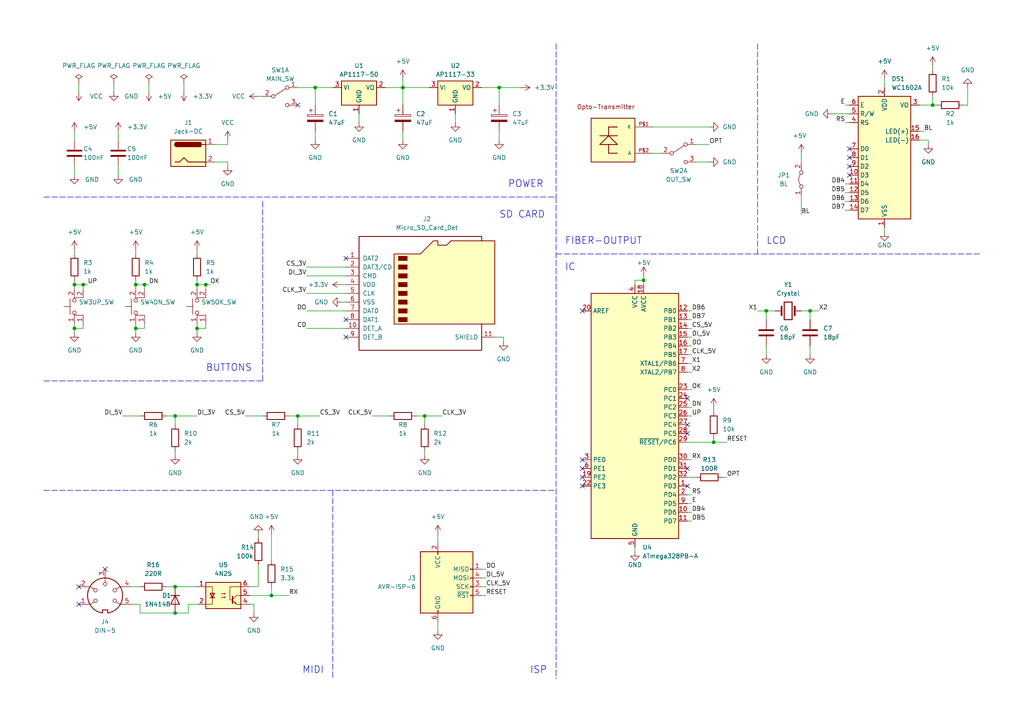
<source format=kicad_sch>
(kicad_sch (version 20230121) (generator eeschema)
  (paper "A4")
  (lib_symbols
    (symbol "Connector:AVR-ISP-6" (pin_names (offset 1.016))
      (property "Reference" "J" (at -6.35 11.43 0))
      (property "Value" "AVR-ISP-6" (at 0 11.43 0))
      (symbol "AVR-ISP-6_0_1"
        (rectangle (start -2.667 -6.858) (end -2.413 -7.62))
        (rectangle (start -2.667 10.16) (end -2.413 9.398))
        (rectangle (start 7.62 -2.413) (end 6.858 -2.667))
        (rectangle (start 7.62 0.127) (end 6.858 -0.127))
        (rectangle (start 7.62 2.667) (end 6.858 2.413))
        (rectangle (start 7.62 5.207) (end 6.858 4.953))
        (rectangle (start 7.62 10.16) (end -7.62 -7.62) (stroke (width 0.254)) (fill (type background)))
      )
      (symbol "AVR-ISP-6_1_1"
        (pin passive line (at 10.16 5.08 180) (length 2.54) (name "MISO") (number "1"))
        (pin passive line (at -2.54 12.7 270) (length 2.54) (name "VCC") (number "2"))
        (pin passive line (at 10.16 0 180) (length 2.54) (name "SCK") (number "3"))
        (pin passive line (at 10.16 2.54 180) (length 2.54) (name "MOSI") (number "4"))
        (pin passive line (at 10.16 -2.54 180) (length 2.54) (name "~{RST}") (number "5"))
        (pin passive line (at -2.54 -10.16 90) (length 2.54) (name "GND") (number "6"))
      )
    )
    (symbol "Connector:DIN-5" (pin_names (offset 1.016))
      (property "Reference" "J" (at 3.175 5.715 0))
      (property "Value" "DIN-5" (at 0 -6.35 0))
      (symbol "DIN-5_0_1"
        (arc (start -5.08 0) (mid -3.8609 -3.3364) (end -0.762 -5.08) (stroke (width 0.254)))
        (circle (center -2.794 -1.524) (radius 0.508))
        (circle (center -2.794 1.524) (radius 0.508))
        (polyline (pts (xy 0 5.08) (xy 0 3.81)))
        (polyline (pts (xy -5.08 -2.54) (xy -4.318 -2.54) (xy -3.175 -1.905)))
        (polyline (pts (xy -5.08 2.54) (xy -4.318 2.54) (xy -3.175 1.905)))
        (polyline (pts (xy 5.08 -2.54) (xy 4.318 -2.54) (xy 3.175 -1.905)))
        (polyline (pts (xy 5.08 2.54) (xy 4.318 2.54) (xy 3.175 1.905)))
        (polyline (pts (xy -0.762 -4.953) (xy -0.762 -4.191) (xy 0.762 -4.191) (xy 0.762 -4.953)) (stroke (width 0.254)))
        (circle (center 0 3.302) (radius 0.508))
        (arc (start 0.762 -5.08) (mid 3.8685 -3.343) (end 5.08 0) (stroke (width 0.254)))
        (circle (center 2.794 -1.524) (radius 0.508))
        (circle (center 2.794 1.524) (radius 0.508))
        (arc (start 5.08 0) (mid 0 5.0579) (end -5.08 0) (stroke (width 0.254)))
      )
      (symbol "DIN-5_1_1"
        (pin passive line (at -7.62 -2.54 0) (length 2.54) (name "~") (number "1"))
        (pin passive line (at -7.62 2.54 0) (length 2.54) (name "~") (number "2"))
        (pin passive line (at 0 7.62 270) (length 2.54) (name "~") (number "3"))
        (pin passive line (at 7.62 2.54 180) (length 2.54) (name "~") (number "4"))
        (pin passive line (at 7.62 -2.54 180) (length 2.54) (name "~") (number "5"))
      )
    )
    (symbol "Connector:Jack-DC" (pin_names (offset 1.016))
      (property "Reference" "J" (at 0 5.334 0))
      (property "Value" "Jack-DC" (at 0 -5.08 0))
      (symbol "Jack-DC_0_1"
        (rectangle (start -5.08 3.81) (end 5.08 -3.81) (stroke (width 0.254)) (fill (type background)))
        (arc (start -3.302 3.175) (mid -3.9343 2.54) (end -3.302 1.905) (stroke (width 0.254)))
        (arc (start -3.302 3.175) (mid -3.9343 2.54) (end -3.302 1.905) (stroke (width 0.254)) (fill (type outline)))
        (polyline (pts (xy 5.08 2.54) (xy 3.81 2.54)) (stroke (width 0.254)))
        (polyline (pts (xy -3.81 -2.54) (xy -2.54 -2.54) (xy -1.27 -1.27) (xy 0 -2.54) (xy 2.54 -2.54) (xy 5.08 -2.54)) (stroke (width 0.254)))
        (rectangle (start 3.683 3.175) (end -3.302 1.905) (stroke (width 0.254)) (fill (type outline)))
      )
      (symbol "Jack-DC_1_1"
        (pin passive line (at 7.62 2.54 180) (length 2.54) (name "~") (number "1"))
        (pin passive line (at 7.62 -2.54 180) (length 2.54) (name "~") (number "2"))
      )
    )
    (symbol "Connector:Micro_SD_Card_Det" (pin_names (offset 1.016))
      (property "Reference" "J" (at -16.51 17.78 0))
      (property "Value" "Micro_SD_Card_Det" (at 16.51 17.78 0))
      (symbol "Micro_SD_Card_Det_0_1"
        (rectangle (start -7.62 -6.985) (end -5.08 -8.255) (fill (type outline)))
        (rectangle (start -7.62 -4.445) (end -5.08 -5.715) (fill (type outline)))
        (rectangle (start -7.62 -1.905) (end -5.08 -3.175) (fill (type outline)))
        (rectangle (start -7.62 0.635) (end -5.08 -0.635) (fill (type outline)))
        (rectangle (start -7.62 3.175) (end -5.08 1.905) (fill (type outline)))
        (rectangle (start -7.62 5.715) (end -5.08 4.445) (fill (type outline)))
        (rectangle (start -7.62 8.255) (end -5.08 6.985) (fill (type outline)))
        (rectangle (start -7.62 10.795) (end -5.08 9.525) (fill (type outline)))
        (polyline (pts (xy 16.51 15.24) (xy 16.51 16.51) (xy -19.05 16.51) (xy -19.05 -16.51) (xy 16.51 -16.51) (xy 16.51 -8.89)) (stroke (width 0.254)))
        (polyline (pts (xy -8.89 -8.89) (xy -8.89 11.43) (xy -1.27 11.43) (xy 2.54 15.24) (xy 3.81 15.24) (xy 3.81 13.97) (xy 6.35 13.97) (xy 7.62 15.24) (xy 20.32 15.24) (xy 20.32 -8.89) (xy -8.89 -8.89)) (stroke (width 0.254)) (fill (type background)))
      )
      (symbol "Micro_SD_Card_Det_1_1"
        (pin bidirectional line (at -22.86 10.16 0) (length 3.81) (name "DAT2") (number "1"))
        (pin passive line (at -22.86 -10.16 0) (length 3.81) (name "DET_A") (number "10"))
        (pin passive line (at 20.32 -12.7 180) (length 3.81) (name "SHIELD") (number "11"))
        (pin bidirectional line (at -22.86 7.62 0) (length 3.81) (name "DAT3/CD") (number "2"))
        (pin input line (at -22.86 5.08 0) (length 3.81) (name "CMD") (number "3"))
        (pin power_in line (at -22.86 2.54 0) (length 3.81) (name "VDD") (number "4"))
        (pin input line (at -22.86 0 0) (length 3.81) (name "CLK") (number "5"))
        (pin power_in line (at -22.86 -2.54 0) (length 3.81) (name "VSS") (number "6"))
        (pin bidirectional line (at -22.86 -5.08 0) (length 3.81) (name "DAT0") (number "7"))
        (pin bidirectional line (at -22.86 -7.62 0) (length 3.81) (name "DAT1") (number "8"))
        (pin passive line (at -22.86 -12.7 0) (length 3.81) (name "DET_B") (number "9"))
      )
    )
    (symbol "Device:C" (pin_numbers hide) (pin_names (offset 0.254))
      (property "Reference" "C" (at 0.635 2.54 0))
      (property "Value" "C" (at 0.635 -2.54 0))
      (symbol "C_0_1"
        (polyline (pts (xy -2.032 -0.762) (xy 2.032 -0.762)) (stroke (width 0.508)))
        (polyline (pts (xy -2.032 0.762) (xy 2.032 0.762)) (stroke (width 0.508)))
      )
      (symbol "C_1_1"
        (pin passive line (at 0 3.81 270) (length 2.794) (name "~") (number "1"))
        (pin passive line (at 0 -3.81 90) (length 2.794) (name "~") (number "2"))
      )
    )
    (symbol "Device:C_Polarized" (pin_numbers hide) (pin_names (offset 0.254))
      (property "Reference" "C" (at 0.635 2.54 0))
      (property "Value" "C_Polarized" (at 0.635 -2.54 0))
      (symbol "C_Polarized_0_1"
        (rectangle (start -2.286 0.508) (end 2.286 1.016))
        (polyline (pts (xy -1.778 2.286) (xy -0.762 2.286)))
        (polyline (pts (xy -1.27 2.794) (xy -1.27 1.778)))
        (rectangle (start 2.286 -0.508) (end -2.286 -1.016) (fill (type outline)))
      )
      (symbol "C_Polarized_1_1"
        (pin passive line (at 0 3.81 270) (length 2.794) (name "~") (number "1"))
        (pin passive line (at 0 -3.81 90) (length 2.794) (name "~") (number "2"))
      )
    )
    (symbol "Device:Crystal" (pin_numbers hide) (pin_names (offset 1.016) hide)
      (property "Reference" "Y" (at 0 3.81 0))
      (property "Value" "Crystal" (at 0 -3.81 0))
      (symbol "Crystal_0_1"
        (rectangle (start -1.143 2.54) (end 1.143 -2.54) (stroke (width 0.3048)))
        (polyline (pts (xy -2.54 0) (xy -1.905 0)))
        (polyline (pts (xy -1.905 -1.27) (xy -1.905 1.27)) (stroke (width 0.508)))
        (polyline (pts (xy 1.905 -1.27) (xy 1.905 1.27)) (stroke (width 0.508)))
        (polyline (pts (xy 2.54 0) (xy 1.905 0)))
      )
      (symbol "Crystal_1_1"
        (pin passive line (at -3.81 0 0) (length 1.27) (name "1") (number "1"))
        (pin passive line (at 3.81 0 180) (length 1.27) (name "2") (number "2"))
      )
    )
    (symbol "Device:R" (pin_numbers hide) (pin_names (offset 0))
      (property "Reference" "R" (at 2.032 0 90))
      (property "Value" "R" (at 0 0 90))
      (symbol "R_0_1"
        (rectangle (start -1.016 -2.54) (end 1.016 2.54) (stroke (width 0.254)))
      )
      (symbol "R_1_1"
        (pin passive line (at 0 3.81 270) (length 1.27) (name "~") (number "1"))
        (pin passive line (at 0 -3.81 90) (length 1.27) (name "~") (number "2"))
      )
    )
    (symbol "Diode:1N4148" (pin_numbers hide) (pin_names (offset 1.016) hide)
      (property "Reference" "D" (at 0 2.54 0))
      (property "Value" "1N4148" (at 0 -2.54 0))
      (symbol "1N4148_0_1"
        (polyline (pts (xy -1.27 1.27) (xy -1.27 -1.27)) (stroke (width 0.254)))
        (polyline (pts (xy 1.27 0) (xy -1.27 0)))
        (polyline (pts (xy 1.27 1.27) (xy 1.27 -1.27) (xy -1.27 0) (xy 1.27 1.27)) (stroke (width 0.254)))
      )
      (symbol "1N4148_1_1"
        (pin passive line (at -3.81 0 0) (length 2.54) (name "K") (number "1"))
        (pin passive line (at 3.81 0 180) (length 2.54) (name "A") (number "2"))
      )
    )
    (symbol "Display_Character:WC1602A"
      (property "Reference" "DS" (at -5.842 19.05 0))
      (property "Value" "WC1602A" (at 5.334 19.05 0))
      (symbol "WC1602A_1_1"
        (rectangle (start -7.62 17.78) (end 7.62 -17.78) (stroke (width 0.254)) (fill (type background)))
        (pin power_in line (at 0 -20.32 90) (length 2.54) (name "VSS") (number "1"))
        (pin input line (at -10.16 -5.08 0) (length 2.54) (name "D3") (number "10"))
        (pin input line (at -10.16 -7.62 0) (length 2.54) (name "D4") (number "11"))
        (pin input line (at -10.16 -10.16 0) (length 2.54) (name "D5") (number "12"))
        (pin input line (at -10.16 -12.7 0) (length 2.54) (name "D6") (number "13"))
        (pin input line (at -10.16 -15.24 0) (length 2.54) (name "D7") (number "14"))
        (pin power_in line (at 10.16 7.62 180) (length 2.54) (name "LED(+)") (number "15"))
        (pin power_in line (at 10.16 5.08 180) (length 2.54) (name "LED(-)") (number "16"))
        (pin power_in line (at 0 20.32 270) (length 2.54) (name "VDD") (number "2"))
        (pin input line (at 10.16 15.24 180) (length 2.54) (name "VO") (number "3"))
        (pin input line (at -10.16 10.16 0) (length 2.54) (name "RS") (number "4"))
        (pin input line (at -10.16 12.7 0) (length 2.54) (name "R/W") (number "5"))
        (pin input line (at -10.16 15.24 0) (length 2.54) (name "E") (number "6"))
        (pin input line (at -10.16 2.54 0) (length 2.54) (name "D0") (number "7"))
        (pin input line (at -10.16 0 0) (length 2.54) (name "D1") (number "8"))
        (pin input line (at -10.16 -2.54 0) (length 2.54) (name "D2") (number "9"))
      )
    )
    (symbol "IFE91A:IFE91A" (pin_names (offset 1.016))
      (symbol "IFE91A_0_0"
        (rectangle (start -7.62 -5.08) (end 5.08 7.62) (stroke (width 0.254)) (fill (type background)))
        (polyline (pts (xy -2.54 2.54) (xy 0 2.54)) (stroke (width 0.254)))
        (polyline (pts (xy 0 -2.54) (xy -2.54 -2.54)) (stroke (width 0.254)))
        (polyline (pts (xy 0 0) (xy -2.54 0)) (stroke (width 0.254)))
        (polyline (pts (xy 0 0) (xy -2.54 2.54)) (stroke (width 0.254)))
        (polyline (pts (xy 0 0) (xy 0 -2.54)) (stroke (width 0.254)))
        (polyline (pts (xy 0 0) (xy 2.54 0)) (stroke (width 0.254)))
        (polyline (pts (xy 0 2.54) (xy 0 5.08)) (stroke (width 0.254)))
        (polyline (pts (xy 0 2.54) (xy 2.54 2.54)) (stroke (width 0.254)))
        (polyline (pts (xy 0 5.08) (xy -2.54 5.08)) (stroke (width 0.254)))
        (polyline (pts (xy 2.54 2.54) (xy 0 0)) (stroke (width 0.254)))
        (text "Opto-Transmitter" (at -7.62 -7.62 0) (effects (font (size 1.27 1.27)) (justify left bottom)))
        (pin bidirectional line (at -12.7 -2.54 0) (length 5.08) (name "K") (number "P$1"))
        (pin bidirectional line (at -12.7 5.08 0) (length 5.08) (name "A") (number "P$2"))
      )
    )
    (symbol "Isolator:4N25" (pin_names (offset 1.016))
      (property "Reference" "U" (at -5.08 5.08 0))
      (property "Value" "4N25" (at 0 5.08 0))
      (symbol "4N25_0_1"
        (rectangle (start -5.08 3.81) (end 5.08 -3.81) (stroke (width 0.254)) (fill (type background)))
        (polyline (pts (xy -3.81 -0.635) (xy -2.54 -0.635)) (stroke (width 0.254)))
        (polyline (pts (xy 2.667 -1.397) (xy 3.81 -2.54)))
        (polyline (pts (xy 2.667 -1.143) (xy 3.81 0)))
        (polyline (pts (xy 3.81 -2.54) (xy 5.08 -2.54)))
        (polyline (pts (xy 3.81 0) (xy 5.08 0)))
        (polyline (pts (xy 2.667 -0.254) (xy 2.667 -2.286) (xy 2.667 -2.286)) (stroke (width 0.3556)))
        (polyline (pts (xy -5.08 -2.54) (xy -3.175 -2.54) (xy -3.175 2.54) (xy -5.08 2.54)))
        (polyline (pts (xy -3.175 -0.635) (xy -3.81 0.635) (xy -2.54 0.635) (xy -3.175 -0.635)) (stroke (width 0.254)))
        (polyline (pts (xy 3.683 -2.413) (xy 3.429 -1.905) (xy 3.175 -2.159) (xy 3.683 -2.413)))
        (polyline (pts (xy 5.08 2.54) (xy 1.905 2.54) (xy 1.905 -1.27) (xy 2.54 -1.27)))
        (polyline (pts (xy -0.635 -0.508) (xy 0.635 -0.508) (xy 0.254 -0.635) (xy 0.254 -0.381) (xy 0.635 -0.508)))
        (polyline (pts (xy -0.635 0.508) (xy 0.635 0.508) (xy 0.254 0.381) (xy 0.254 0.635) (xy 0.635 0.508)))
      )
      (symbol "4N25_1_1"
        (pin passive line (at -7.62 2.54 0) (length 2.54) (name "~") (number "1"))
        (pin passive line (at -7.62 -2.54 0) (length 2.54) (name "~") (number "2"))
        (pin no_connect line (at -5.08 0 0) (length 2.54) hide (name "NC") (number "3"))
        (pin passive line (at 7.62 -2.54 180) (length 2.54) (name "~") (number "4"))
        (pin passive line (at 7.62 0 180) (length 2.54) (name "~") (number "5"))
        (pin passive line (at 7.62 2.54 180) (length 2.54) (name "~") (number "6"))
      )
    )
    (symbol "Jumper:Jumper_2_Bridged" (pin_names (offset 0) hide)
      (property "Reference" "JP" (at 0 1.905 0))
      (property "Value" "Jumper_2_Bridged" (at 0 -2.54 0))
      (symbol "Jumper_2_Bridged_0_0"
        (circle (center -2.032 0) (radius 0.508))
        (circle (center 2.032 0) (radius 0.508))
      )
      (symbol "Jumper_2_Bridged_0_1"
        (arc (start 1.524 0.254) (mid 0 0.762) (end -1.524 0.254))
      )
      (symbol "Jumper_2_Bridged_1_1"
        (pin passive line (at -5.08 0 0) (length 2.54) (name "A") (number "1"))
        (pin passive line (at 5.08 0 180) (length 2.54) (name "B") (number "2"))
      )
    )
    (symbol "MCU_Microchip_ATmega:ATmega328PB-A"
      (property "Reference" "U" (at -12.7 36.83 0))
      (property "Value" "ATmega328PB-A" (at 2.54 -36.83 0))
      (symbol "ATmega328PB-A_0_1"
        (rectangle (start -12.7 -35.56) (end 12.7 35.56) (stroke (width 0.254)) (fill (type background)))
      )
      (symbol "ATmega328PB-A_1_1"
        (pin bidirectional line (at 15.24 -20.32 180) (length 2.54) (name "PD3") (number "1"))
        (pin bidirectional line (at 15.24 -27.94 180) (length 2.54) (name "PD6") (number "10"))
        (pin bidirectional line (at 15.24 -30.48 180) (length 2.54) (name "PD7") (number "11"))
        (pin bidirectional line (at 15.24 30.48 180) (length 2.54) (name "PB0") (number "12"))
        (pin bidirectional line (at 15.24 27.94 180) (length 2.54) (name "PB1") (number "13"))
        (pin bidirectional line (at 15.24 25.4 180) (length 2.54) (name "PB2") (number "14"))
        (pin bidirectional line (at 15.24 22.86 180) (length 2.54) (name "PB3") (number "15"))
        (pin bidirectional line (at 15.24 20.32 180) (length 2.54) (name "PB4") (number "16"))
        (pin bidirectional line (at 15.24 17.78 180) (length 2.54) (name "PB5") (number "17"))
        (pin power_in line (at 2.54 38.1 270) (length 2.54) (name "AVCC") (number "18"))
        (pin bidirectional line (at -15.24 -17.78 0) (length 2.54) (name "PE2") (number "19"))
        (pin bidirectional line (at 15.24 -22.86 180) (length 2.54) (name "PD4") (number "2"))
        (pin passive line (at -15.24 30.48 0) (length 2.54) (name "AREF") (number "20"))
        (pin passive line (at 0 -38.1 90) (length 2.54) hide (name "GND") (number "21"))
        (pin bidirectional line (at -15.24 -20.32 0) (length 2.54) (name "PE3") (number "22"))
        (pin bidirectional line (at 15.24 7.62 180) (length 2.54) (name "PC0") (number "23"))
        (pin bidirectional line (at 15.24 5.08 180) (length 2.54) (name "PC1") (number "24"))
        (pin bidirectional line (at 15.24 2.54 180) (length 2.54) (name "PC2") (number "25"))
        (pin bidirectional line (at 15.24 0 180) (length 2.54) (name "PC3") (number "26"))
        (pin bidirectional line (at 15.24 -2.54 180) (length 2.54) (name "PC4") (number "27"))
        (pin bidirectional line (at 15.24 -5.08 180) (length 2.54) (name "PC5") (number "28"))
        (pin bidirectional line (at 15.24 -7.62 180) (length 2.54) (name "~{RESET}/PC6") (number "29"))
        (pin bidirectional line (at -15.24 -12.7 0) (length 2.54) (name "PE0") (number "3"))
        (pin bidirectional line (at 15.24 -12.7 180) (length 2.54) (name "PD0") (number "30"))
        (pin bidirectional line (at 15.24 -15.24 180) (length 2.54) (name "PD1") (number "31"))
        (pin bidirectional line (at 15.24 -17.78 180) (length 2.54) (name "PD2") (number "32"))
        (pin power_in line (at 0 38.1 270) (length 2.54) (name "VCC") (number "4"))
        (pin power_in line (at 0 -38.1 90) (length 2.54) (name "GND") (number "5"))
        (pin bidirectional line (at -15.24 -15.24 0) (length 2.54) (name "PE1") (number "6"))
        (pin bidirectional line (at 15.24 15.24 180) (length 2.54) (name "XTAL1/PB6") (number "7"))
        (pin bidirectional line (at 15.24 12.7 180) (length 2.54) (name "XTAL2/PB7") (number "8"))
        (pin bidirectional line (at 15.24 -25.4 180) (length 2.54) (name "PD5") (number "9"))
      )
    )
    (symbol "Regulator_Linear:AP1117-33"
      (property "Reference" "U" (at -3.81 3.175 0))
      (property "Value" "AP1117-33" (at 0 3.175 0))
      (symbol "AP1117-33_0_1"
        (rectangle (start -5.08 -5.08) (end 5.08 1.905) (stroke (width 0.254)) (fill (type background)))
      )
      (symbol "AP1117-33_1_1"
        (pin power_in line (at 0 -7.62 90) (length 2.54) (name "GND") (number "1"))
        (pin power_out line (at 7.62 0 180) (length 2.54) (name "VO") (number "2"))
        (pin power_in line (at -7.62 0 0) (length 2.54) (name "VI") (number "3"))
      )
    )
    (symbol "Regulator_Linear:AP1117-50"
      (property "Reference" "U" (at -3.81 3.175 0))
      (property "Value" "AP1117-50" (at 0 3.175 0))
      (symbol "AP1117-50_0_1"
        (rectangle (start -5.08 -5.08) (end 5.08 1.905) (stroke (width 0.254)) (fill (type background)))
      )
      (symbol "AP1117-50_1_1"
        (pin power_in line (at 0 -7.62 90) (length 2.54) (name "GND") (number "1"))
        (pin power_out line (at 7.62 0 180) (length 2.54) (name "VO") (number "2"))
        (pin power_in line (at -7.62 0 0) (length 2.54) (name "VI") (number "3"))
      )
    )
    (symbol "SW_MEC_5E_1" (pin_names (offset 1.016) hide)
      (property "Reference" "SW3" (at 1.27 1.2701 90))
      (property "Value" "SW_MEC_5E_1" (at 1.27 -1.2699 90))
      (symbol "SW_MEC_5E_1_0_1"
        (circle (center -1.778 2.54) (radius 0.508))
        (polyline (pts (xy -2.286 3.81) (xy 2.286 3.81)))
        (polyline (pts (xy 0 3.81) (xy 0 5.588)))
        (polyline (pts (xy -2.54 0) (xy -2.54 2.54) (xy -2.286 2.54)))
        (polyline (pts (xy 2.54 0) (xy 2.54 2.54) (xy 2.286 2.54)))
        (circle (center 1.778 2.54) (radius 0.508))
        (pin passive line (at -5.08 2.54 0) (length 2.54) (name "1") (number "1"))
        (pin passive line (at -5.08 0 0) (length 2.54) (name "2") (number "1"))
        (pin passive line (at 5.08 2.54 180) (length 2.54) (name "A") (number "2"))
        (pin passive line (at 5.08 0 180) (length 2.54) (name "K") (number "2"))
      )
    )
    (symbol "Switch:SW_DPDT_x2" (pin_names (offset 0) hide)
      (property "Reference" "SW" (at 0 4.318 0))
      (property "Value" "SW_DPDT_x2" (at 0 -5.08 0))
      (symbol "SW_DPDT_x2_0_0"
        (circle (center -2.032 0) (radius 0.508))
        (circle (center 2.032 -2.54) (radius 0.508))
      )
      (symbol "SW_DPDT_x2_0_1"
        (polyline (pts (xy -1.524 0.254) (xy 1.651 2.286)))
        (circle (center 2.032 2.54) (radius 0.508))
      )
      (symbol "SW_DPDT_x2_1_1"
        (pin passive line (at 5.08 2.54 180) (length 2.54) (name "A") (number "1"))
        (pin passive line (at -5.08 0 0) (length 2.54) (name "B") (number "2"))
        (pin passive line (at 5.08 -2.54 180) (length 2.54) (name "C") (number "3"))
      )
      (symbol "SW_DPDT_x2_2_1"
        (pin passive line (at 5.08 2.54 180) (length 2.54) (name "A") (number "4"))
        (pin passive line (at -5.08 0 0) (length 2.54) (name "B") (number "5"))
        (pin passive line (at 5.08 -2.54 180) (length 2.54) (name "C") (number "6"))
      )
    )
    (symbol "power:+3.3V" (power) (pin_names (offset 0))
      (property "Value" "+3.3V" (at 0 3.556 0))
      (symbol "+3.3V_0_1"
        (polyline (pts (xy -0.762 1.27) (xy 0 2.54)))
        (polyline (pts (xy 0 0) (xy 0 2.54)))
        (polyline (pts (xy 0 2.54) (xy 0.762 1.27)))
      )
      (symbol "+3.3V_1_1"
        (pin power_in line (at 0 0 90) (length 0) hide (name "+3.3V") (number "1"))
      )
    )
    (symbol "power:+5V" (power) (pin_names (offset 0))
      (property "Value" "+5V" (at 0 3.556 0))
      (symbol "+5V_0_1"
        (polyline (pts (xy -0.762 1.27) (xy 0 2.54)))
        (polyline (pts (xy 0 0) (xy 0 2.54)))
        (polyline (pts (xy 0 2.54) (xy 0.762 1.27)))
      )
      (symbol "+5V_1_1"
        (pin power_in line (at 0 0 90) (length 0) hide (name "+5V") (number "1"))
      )
    )
    (symbol "power:GND" (power) (pin_names (offset 0))
      (property "Value" "GND" (at 0 -3.81 0))
      (symbol "GND_0_1"
        (polyline (pts (xy 0 0) (xy 0 -1.27) (xy 1.27 -1.27) (xy 0 -2.54) (xy -1.27 -1.27) (xy 0 -1.27)))
      )
      (symbol "GND_1_1"
        (pin power_in line (at 0 0 270) (length 0) hide (name "GND") (number "1"))
      )
    )
    (symbol "power:PWR_FLAG" (power) (pin_numbers hide) (pin_names (offset 0) hide)
      (property "Value" "PWR_FLAG" (at 0 3.81 0))
      (symbol "PWR_FLAG_0_0"
        (pin power_out line (at 0 0 90) (length 0) (name "pwr") (number "1"))
      )
      (symbol "PWR_FLAG_0_1"
        (polyline (pts (xy 0 0) (xy 0 1.27) (xy -1.016 1.905) (xy 0 2.54) (xy 1.016 1.905) (xy 0 1.27)))
      )
    )
    (symbol "power:VCC" (power) (pin_names (offset 0))
      (property "Value" "VCC" (at 0 3.81 0))
      (symbol "VCC_0_1"
        (polyline (pts (xy -0.762 1.27) (xy 0 2.54)))
        (polyline (pts (xy 0 0) (xy 0 2.54)))
        (polyline (pts (xy 0 2.54) (xy 0.762 1.27)))
      )
      (symbol "VCC_1_1"
        (pin power_in line (at 0 0 90) (length 0) hide (name "VCC") (number "1"))
      )
    )
  )
  (junction (at 123.19 120.65))
  (junction (at 24.13 82.55))
  (junction (at 186.69 81.28))
  (junction (at 57.15 95.25))
  (junction (at 270.51 30.48))
  (junction (at 41.91 82.55))
  (junction (at 39.37 95.25))
  (junction (at 39.37 82.55))
  (junction (at 86.36 120.65))
  (junction (at 50.8 120.65))
  (junction (at 57.15 82.55))
  (junction (at 78.74 172.72))
  (junction (at 50.8 170.18))
  (junction (at 21.59 95.25))
  (junction (at 207.01 128.27))
  (junction (at 234.95 90.17))
  (junction (at 21.59 82.55))
  (junction (at 222.25 90.17))
  (junction (at 116.84 25.4))
  (junction (at 144.78 25.4))
  (junction (at 59.69 82.55))
  (junction (at 91.44 25.4))
  (junction (at 50.8 177.8))
  (no_connect (at 168.91 90.17))
  (no_connect (at 199.39 140.97))
  (no_connect (at 199.39 115.57))
  (no_connect (at 199.39 123.19))
  (no_connect (at 199.39 125.73))
  (no_connect (at 199.39 135.89))
  (no_connect (at 100.33 97.79))
  (no_connect (at 100.33 92.71))
  (no_connect (at 100.33 74.93))
  (no_connect (at 246.38 45.72))
  (no_connect (at 246.38 48.26))
  (no_connect (at 246.38 50.8))
  (no_connect (at 246.38 43.18))
  (no_connect (at 168.91 133.35))
  (no_connect (at 168.91 135.89))
  (no_connect (at 30.48 165.1))
  (no_connect (at 22.86 170.18))
  (no_connect (at 22.86 175.26))
  (no_connect (at 86.36 30.48))
  (no_connect (at 168.91 140.97))
  (no_connect (at 168.91 138.43))
  (wire (pts (xy 199.39 107.95) (xy 200.66 107.95)))
  (wire (pts (xy 21.59 81.28) (xy 21.59 82.55)))
  (wire (pts (xy 222.25 90.17) (xy 224.79 90.17)))
  (wire (pts (xy 199.39 92.71) (xy 200.66 92.71)))
  (wire (pts (xy 199.39 105.41) (xy 200.66 105.41)))
  (wire (pts (xy 146.05 97.79) (xy 146.05 99.06)))
  (wire (pts (xy 139.7 167.64) (xy 140.97 167.64)))
  (wire (pts (xy 280.67 25.4) (xy 280.67 30.48)))
  (wire (pts (xy 245.11 60.96) (xy 246.38 60.96)))
  (wire (pts (xy 245.11 58.42) (xy 246.38 58.42)))
  (wire (pts (xy 104.14 33.02) (xy 104.14 35.56)))
  (wire (pts (xy 34.29 38.1) (xy 34.29 40.64)))
  (wire (pts (xy 199.39 138.43) (xy 201.93 138.43)))
  (wire (pts (xy 245.11 53.34) (xy 246.38 53.34)))
  (wire (pts (xy 72.39 172.72) (xy 78.74 172.72)))
  (wire (pts (xy 39.37 95.25) (xy 39.37 96.52)))
  (wire (pts (xy 59.69 93.98) (xy 59.69 95.25)))
  (wire (pts (xy 199.39 120.65) (xy 200.66 120.65)))
  (wire (pts (xy 39.37 93.98) (xy 39.37 95.25)))
  (wire (pts (xy 66.04 41.91) (xy 66.04 40.64)))
  (wire (pts (xy 21.59 72.39) (xy 21.59 73.66)))
  (wire (pts (xy 184.15 158.75) (xy 184.15 160.02)))
  (wire (pts (xy 209.55 138.43) (xy 210.82 138.43)))
  (wire (pts (xy 21.59 82.55) (xy 24.13 82.55)))
  (wire (pts (xy 88.9 95.25) (xy 100.33 95.25)))
  (wire (pts (xy 88.9 90.17) (xy 100.33 90.17)))
  (wire (pts (xy 74.93 154.94) (xy 74.93 156.21)))
  (wire (pts (xy 83.82 120.65) (xy 86.36 120.65)))
  (polyline (pts (xy 219.71 12.7) (xy 219.71 73.66)) (stroke (width 0) (type dash)))
  (wire (pts (xy 199.39 95.25) (xy 200.66 95.25)))
  (wire (pts (xy 116.84 22.86) (xy 116.84 25.4)))
  (wire (pts (xy 116.84 38.1) (xy 116.84 40.64)))
  (polyline (pts (xy 161.29 12.7) (xy 161.29 57.15)) (stroke (width 0) (type dash)))
  (wire (pts (xy 91.44 38.1) (xy 91.44 40.64)))
  (wire (pts (xy 22.86 24.13) (xy 22.86 26.67)))
  (wire (pts (xy 57.15 175.26) (xy 54.61 175.26)))
  (wire (pts (xy 48.26 170.18) (xy 50.8 170.18)))
  (wire (pts (xy 107.95 120.65) (xy 113.03 120.65)))
  (wire (pts (xy 222.25 92.71) (xy 222.25 90.17)))
  (wire (pts (xy 219.71 90.17) (xy 222.25 90.17)))
  (wire (pts (xy 50.8 170.18) (xy 57.15 170.18)))
  (wire (pts (xy 41.91 95.25) (xy 41.91 93.98)))
  (wire (pts (xy 199.39 143.51) (xy 200.66 143.51)))
  (wire (pts (xy 24.13 82.55) (xy 24.13 83.82)))
  (wire (pts (xy 39.37 72.39) (xy 39.37 73.66)))
  (wire (pts (xy 189.23 44.45) (xy 191.77 44.45)))
  (wire (pts (xy 88.9 77.47) (xy 100.33 77.47)))
  (wire (pts (xy 41.91 82.55) (xy 43.18 82.55)))
  (wire (pts (xy 186.69 81.28) (xy 186.69 82.55)))
  (wire (pts (xy 24.13 95.25) (xy 24.13 93.98)))
  (wire (pts (xy 266.7 40.64) (xy 269.24 40.64)))
  (wire (pts (xy 38.1 170.18) (xy 40.64 170.18)))
  (wire (pts (xy 199.39 128.27) (xy 207.01 128.27)))
  (wire (pts (xy 72.39 170.18) (xy 74.93 170.18)))
  (wire (pts (xy 269.24 40.64) (xy 269.24 41.91)))
  (wire (pts (xy 144.78 25.4) (xy 151.13 25.4)))
  (wire (pts (xy 132.08 33.02) (xy 132.08 35.56)))
  (wire (pts (xy 21.59 95.25) (xy 24.13 95.25)))
  (wire (pts (xy 54.61 175.26) (xy 54.61 177.8)))
  (wire (pts (xy 241.3 33.02) (xy 246.38 33.02)))
  (wire (pts (xy 21.59 38.1) (xy 21.59 40.64)))
  (wire (pts (xy 234.95 100.33) (xy 234.95 102.87)))
  (wire (pts (xy 144.78 25.4) (xy 144.78 30.48)))
  (wire (pts (xy 116.84 25.4) (xy 124.46 25.4)))
  (wire (pts (xy 86.36 120.65) (xy 92.71 120.65)))
  (wire (pts (xy 199.39 151.13) (xy 200.66 151.13)))
  (wire (pts (xy 207.01 128.27) (xy 210.82 128.27)))
  (wire (pts (xy 234.95 90.17) (xy 234.95 92.71)))
  (wire (pts (xy 120.65 120.65) (xy 123.19 120.65)))
  (wire (pts (xy 59.69 82.55) (xy 60.96 82.55)))
  (wire (pts (xy 57.15 81.28) (xy 57.15 82.55)))
  (polyline (pts (xy 76.2 58.42) (xy 76.2 110.49)) (stroke (width 0) (type dash)))
  (wire (pts (xy 34.29 48.26) (xy 34.29 50.8)))
  (wire (pts (xy 184.15 81.28) (xy 186.69 81.28)))
  (wire (pts (xy 21.59 95.25) (xy 21.59 96.52)))
  (wire (pts (xy 24.13 82.55) (xy 25.4 82.55)))
  (wire (pts (xy 78.74 172.72) (xy 83.82 172.72)))
  (polyline (pts (xy 161.29 57.15) (xy 161.29 196.85)) (stroke (width 0) (type dash)))
  (wire (pts (xy 199.39 113.03) (xy 200.66 113.03)))
  (wire (pts (xy 199.39 118.11) (xy 200.66 118.11)))
  (wire (pts (xy 123.19 120.65) (xy 123.19 123.19)))
  (wire (pts (xy 256.54 22.86) (xy 256.54 25.4)))
  (wire (pts (xy 57.15 95.25) (xy 57.15 96.52)))
  (wire (pts (xy 189.23 36.83) (xy 205.74 36.83)))
  (wire (pts (xy 78.74 154.94) (xy 78.74 162.56)))
  (wire (pts (xy 144.78 38.1) (xy 144.78 40.64)))
  (wire (pts (xy 57.15 93.98) (xy 57.15 95.25)))
  (wire (pts (xy 50.8 130.81) (xy 50.8 132.08)))
  (wire (pts (xy 245.11 55.88) (xy 246.38 55.88)))
  (wire (pts (xy 40.64 177.8) (xy 50.8 177.8)))
  (wire (pts (xy 33.02 24.13) (xy 33.02 26.67)))
  (polyline (pts (xy 12.7 57.15) (xy 161.29 57.15)) (stroke (width 0) (type dash)))
  (wire (pts (xy 91.44 25.4) (xy 91.44 30.48)))
  (wire (pts (xy 245.11 30.48) (xy 246.38 30.48)))
  (wire (pts (xy 62.23 41.91) (xy 66.04 41.91)))
  (polyline (pts (xy 96.52 142.24) (xy 96.52 196.85)) (stroke (width 0) (type dash)))
  (wire (pts (xy 59.69 95.25) (xy 57.15 95.25)))
  (wire (pts (xy 66.04 46.99) (xy 62.23 46.99)))
  (wire (pts (xy 199.39 133.35) (xy 200.66 133.35)))
  (wire (pts (xy 143.51 97.79) (xy 146.05 97.79)))
  (wire (pts (xy 139.7 172.72) (xy 140.97 172.72)))
  (wire (pts (xy 86.36 120.65) (xy 86.36 123.19)))
  (wire (pts (xy 35.56 120.65) (xy 40.64 120.65)))
  (wire (pts (xy 139.7 170.18) (xy 140.97 170.18)))
  (wire (pts (xy 207.01 127) (xy 207.01 128.27)))
  (wire (pts (xy 21.59 48.26) (xy 21.59 50.8)))
  (wire (pts (xy 116.84 25.4) (xy 116.84 30.48)))
  (wire (pts (xy 86.36 130.81) (xy 86.36 132.08)))
  (wire (pts (xy 201.93 41.91) (xy 205.74 41.91)))
  (wire (pts (xy 232.41 62.23) (xy 232.41 57.15)))
  (wire (pts (xy 123.19 130.81) (xy 123.19 132.08)))
  (wire (pts (xy 234.95 90.17) (xy 237.49 90.17)))
  (wire (pts (xy 270.51 19.05) (xy 270.51 20.32)))
  (polyline (pts (xy 12.7 142.24) (xy 161.29 142.24)) (stroke (width 0) (type dash)))
  (wire (pts (xy 266.7 38.1) (xy 267.97 38.1)))
  (wire (pts (xy 86.36 25.4) (xy 91.44 25.4)))
  (wire (pts (xy 74.93 170.18) (xy 74.93 163.83)))
  (wire (pts (xy 123.19 120.65) (xy 128.27 120.65)))
  (wire (pts (xy 91.44 25.4) (xy 96.52 25.4)))
  (wire (pts (xy 256.54 66.04) (xy 256.54 67.31)))
  (wire (pts (xy 184.15 82.55) (xy 184.15 81.28)))
  (wire (pts (xy 99.06 87.63) (xy 100.33 87.63)))
  (wire (pts (xy 39.37 82.55) (xy 41.91 82.55)))
  (wire (pts (xy 111.76 25.4) (xy 116.84 25.4)))
  (wire (pts (xy 39.37 82.55) (xy 39.37 83.82)))
  (wire (pts (xy 139.7 25.4) (xy 144.78 25.4)))
  (wire (pts (xy 232.41 46.99) (xy 232.41 44.45)))
  (wire (pts (xy 199.39 146.05) (xy 200.66 146.05)))
  (wire (pts (xy 201.93 46.99) (xy 205.74 46.99)))
  (wire (pts (xy 199.39 100.33) (xy 200.66 100.33)))
  (wire (pts (xy 199.39 90.17) (xy 200.66 90.17)))
  (wire (pts (xy 50.8 120.65) (xy 48.26 120.65)))
  (wire (pts (xy 57.15 82.55) (xy 57.15 83.82)))
  (wire (pts (xy 199.39 148.59) (xy 200.66 148.59)))
  (wire (pts (xy 270.51 27.94) (xy 270.51 30.48)))
  (wire (pts (xy 266.7 30.48) (xy 270.51 30.48)))
  (polyline (pts (xy 12.7 110.49) (xy 76.2 110.49)) (stroke (width 0) (type dash)))
  (wire (pts (xy 222.25 100.33) (xy 222.25 102.87)))
  (wire (pts (xy 232.41 90.17) (xy 234.95 90.17)))
  (wire (pts (xy 186.69 81.28) (xy 186.69 80.01)))
  (wire (pts (xy 50.8 120.65) (xy 57.15 120.65)))
  (wire (pts (xy 57.15 82.55) (xy 59.69 82.55)))
  (wire (pts (xy 66.04 48.26) (xy 66.04 46.99)))
  (wire (pts (xy 59.69 82.55) (xy 59.69 83.82)))
  (wire (pts (xy 270.51 30.48) (xy 271.78 30.48)))
  (wire (pts (xy 207.01 118.11) (xy 207.01 119.38)))
  (wire (pts (xy 78.74 172.72) (xy 78.74 170.18)))
  (wire (pts (xy 88.9 85.09) (xy 100.33 85.09)))
  (wire (pts (xy 40.64 175.26) (xy 40.64 177.8)))
  (wire (pts (xy 127 154.94) (xy 127 157.48)))
  (wire (pts (xy 50.8 177.8) (xy 54.61 177.8)))
  (wire (pts (xy 245.11 35.56) (xy 246.38 35.56)))
  (wire (pts (xy 57.15 72.39) (xy 57.15 73.66)))
  (wire (pts (xy 74.93 27.94) (xy 76.2 27.94)))
  (wire (pts (xy 53.34 24.13) (xy 53.34 26.67)))
  (wire (pts (xy 39.37 95.25) (xy 41.91 95.25)))
  (wire (pts (xy 40.64 175.26) (xy 38.1 175.26)))
  (wire (pts (xy 21.59 93.98) (xy 21.59 95.25)))
  (wire (pts (xy 99.06 82.55) (xy 100.33 82.55)))
  (polyline (pts (xy 161.29 73.66) (xy 284.48 73.66)) (stroke (width 0) (type dash)))
  (wire (pts (xy 39.37 81.28) (xy 39.37 82.55)))
  (wire (pts (xy 72.39 175.26) (xy 73.66 175.26)))
  (wire (pts (xy 43.18 24.13) (xy 43.18 26.67)))
  (wire (pts (xy 139.7 165.1) (xy 140.97 165.1)))
  (wire (pts (xy 73.66 175.26) (xy 73.66 177.8)))
  (wire (pts (xy 199.39 102.87) (xy 200.66 102.87)))
  (wire (pts (xy 199.39 97.79) (xy 200.66 97.79)))
  (wire (pts (xy 50.8 123.19) (xy 50.8 120.65)))
  (wire (pts (xy 71.12 120.65) (xy 76.2 120.65)))
  (wire (pts (xy 88.9 80.01) (xy 100.33 80.01)))
  (wire (pts (xy 127 180.34) (xy 127 182.88)))
  (wire (pts (xy 21.59 82.55) (xy 21.59 83.82)))
  (wire (pts (xy 41.91 82.55) (xy 41.91 83.82)))
  (wire (pts (xy 280.67 30.48) (xy 279.4 30.48)))
  (text "ISP" (at 153.67 195.58 0) (effects (font (size 2 2)) (justify left bottom)))
  (text "IC" (at 163.83 78.74 0) (effects (font (size 2 2)) (justify left bottom)))
  (text "SD CARD\n" (at 144.78 63.5 0) (effects (font (size 2 2)) (justify left bottom)))
  (text "MIDI" (at 87.63 195.58 0) (effects (font (size 2 2)) (justify left bottom)))
  (text "POWER\n" (at 147.32 54.61 0) (effects (font (size 2 2)) (justify left bottom)))
  (text "FIBER-OUTPUT\n" (at 163.83 71.12 0) (effects (font (size 2 2)) (justify left bottom)))
  (text "LCD\n" (at 222.25 71.12 0) (effects (font (size 2 2)) (justify left bottom)))
  (text "BUTTONS\n" (at 59.69 107.95 0) (effects (font (size 2 2)) (justify left bottom)))
  (label "DO" (at 200.66 100.33 0))
  (label "OPT" (at 205.74 41.91 0))
  (label "CD" (at 88.9 95.25 180))
  (label "CLK_5V" (at 140.97 170.18 0))
  (label "UP" (at 200.66 120.65 0))
  (label "X2" (at 237.49 90.17 0))
  (label "CLK_5V" (at 107.95 120.65 180))
  (label "DI_5V" (at 200.66 97.79 0))
  (label "RX" (at 200.66 133.35 0))
  (label "CS_5V" (at 71.12 120.65 180))
  (label "DN" (at 43.18 82.55 0))
  (label "RESET" (at 140.97 172.72 0))
  (label "DB6" (at 200.66 90.17 0))
  (label "X1" (at 219.71 90.17 180))
  (label "DI_5V" (at 35.56 120.65 180))
  (label "E" (at 200.66 146.05 0))
  (label "CS_3V" (at 92.71 120.65 0))
  (label "DO" (at 140.97 165.1 0))
  (label "DB7" (at 245.11 60.96 180))
  (label "DI_3V" (at 88.9 80.01 180))
  (label "X2" (at 200.66 107.95 0))
  (label "DN" (at 200.66 118.11 0))
  (label "CLK_5V" (at 200.66 102.87 0))
  (label "OK" (at 60.96 82.55 0))
  (label "CS_3V" (at 88.9 77.47 180))
  (label "X1" (at 200.66 105.41 0))
  (label "CS_5V" (at 200.66 95.25 0))
  (label "CLK_3V" (at 88.9 85.09 180))
  (label "DO" (at 88.9 90.17 180))
  (label "DB6" (at 245.11 58.42 180))
  (label "BL" (at 232.41 62.23 0))
  (label "DB5" (at 200.66 151.13 0))
  (label "RESET" (at 210.82 128.27 0))
  (label "DB5" (at 245.11 55.88 180))
  (label "RS" (at 200.66 143.51 0))
  (label "DB4" (at 200.66 148.59 0))
  (label "RX" (at 83.82 172.72 0))
  (label "RS" (at 245.11 35.56 180))
  (label "OPT" (at 210.82 138.43 0))
  (label "DB7" (at 200.66 92.71 0))
  (label "UP" (at 25.4 82.55 0))
  (label "DB4" (at 245.11 53.34 180))
  (label "DI_5V" (at 140.97 167.64 0))
  (label "E" (at 245.11 30.48 180))
  (label "CLK_3V" (at 128.27 120.65 0))
  (label "DI_3V" (at 57.15 120.65 0))
  (label "OK" (at 200.66 113.03 0))
  (label "BL" (at 267.97 38.1 0))
  (symbol (lib_id "power:+5V") (at 256.54 22.86 0) (unit 1)
    (property "Reference" "#PWR03" (effects hide))
    (property "Value" "+5V" (at 256.54 17.78 0))
  )
  (symbol (lib_id "power:+5V") (at 43.18 26.67 180) (unit 1)
    (property "Reference" "#PWR08" (effects hide))
    (property "Value" "+5V" (at 45.72 27.9399 0) (effects (justify right)))
  )
  (symbol (lib_name "SW_MEC_5E_1") (lib_id "Switch:SW_MEC_5E") (at 59.69 88.9 90) (unit 1)
    (property "Reference" "SW5" (at 58.4199 87.63 90) (effects (justify right)))
    (property "Value" "OK_SW" (at 62.23 87.63 90) (effects (justify right)))
    (property "Footprint" "Button_Switch_THT:SW_PUSH_6mm_H7.3mm" (effects hide))
    (property "Datasheet" "http://www.apem.com/int/index.php?controller=attachment&id_attachment=1371" (effects hide))
  )
  (symbol (lib_id "power:+5V") (at 270.51 19.05 0) (unit 1)
    (property "Reference" "#PWR01" (effects hide))
    (property "Value" "+5V" (at 270.51 13.97 0))
  )
  (symbol (lib_id "power:GND") (at 86.36 132.08 0) (unit 1)
    (property "Reference" "#PWR042" (effects hide))
    (property "Value" "GND" (at 86.36 137.16 0))
  )
  (symbol (lib_id "Device:R") (at 21.59 77.47 0) (unit 1)
    (property "Reference" "R3" (at 24.13 76.1999 0) (effects (justify left)))
    (property "Value" "1k" (at 24.13 78.7399 0) (effects (justify left)))
    (property "Footprint" "Resistor_SMD:R_0805_2012Metric" (effects hide))
  )
  (symbol (lib_id "power:GND") (at 99.06 87.63 270) (unit 1)
    (property "Reference" "#PWR033" (effects hide))
    (property "Value" "GND" (at 95.25 87.63 90) (effects (justify right)))
  )
  (symbol (lib_id "Device:R") (at 270.51 24.13 180) (unit 1)
    (property "Reference" "R1" (at 273.05 22.8599 0) (effects (justify right)))
    (property "Value" "10k" (at 273.05 25.3999 0) (effects (justify right)))
    (property "Footprint" "Resistor_SMD:R_0805_2012Metric" (effects hide))
  )
  (symbol (lib_id "Device:R") (at 57.15 77.47 0) (unit 1)
    (property "Reference" "R5" (at 59.69 76.1999 0) (effects (justify left)))
    (property "Value" "1k" (at 59.69 78.7399 0) (effects (justify left)))
    (property "Footprint" "Resistor_SMD:R_0805_2012Metric" (effects hide))
  )
  (symbol (lib_id "power:+5V") (at 39.37 72.39 0) (unit 1)
    (property "Reference" "#PWR029" (effects hide))
    (property "Value" "+5V" (at 39.37 67.31 0))
  )
  (symbol (lib_id "Device:C_Polarized") (at 144.78 34.29 0) (unit 1)
    (property "Reference" "C3" (at 148.59 33.02 0) (effects (justify left)))
    (property "Value" "47uF" (at 148.59 35.56 0) (effects (justify left)))
    (property "Footprint" "Capacitor_THT:CP_Radial_D4.0mm_P1.50mm" (effects hide))
  )
  (symbol (lib_id "Device:R") (at 205.74 138.43 90) (unit 1)
    (property "Reference" "R13" (at 205.74 133.35 90))
    (property "Value" "100R" (at 205.74 135.89 90))
    (property "Footprint" "Resistor_SMD:R_0805_2012Metric" (effects hide))
  )
  (symbol (lib_id "power:+5V") (at 186.69 80.01 0) (unit 1)
    (property "Reference" "#PWR031" (effects hide))
    (property "Value" "+5V" (at 186.69 76.2 0))
  )
  (symbol (lib_id "power:GND") (at 73.66 177.8 0) (unit 1)
    (property "Reference" "#PWR048" (effects hide))
    (property "Value" "GND" (at 73.66 182.88 0))
  )
  (symbol (lib_id "Device:R") (at 207.01 123.19 0) (unit 1)
    (property "Reference" "R9" (at 209.55 121.9199 0) (effects (justify left)))
    (property "Value" "10k" (at 209.55 124.4599 0) (effects (justify left)))
    (property "Footprint" "Resistor_SMD:R_0805_2012Metric" (effects hide))
  )
  (symbol (lib_id "power:+3.3V") (at 53.34 26.67 180) (unit 1)
    (property "Reference" "#PWR09" (effects hide))
    (property "Value" "+3.3V" (at 55.88 27.9399 0) (effects (justify right)))
  )
  (symbol (lib_id "power:VCC") (at 66.04 40.64 0) (unit 1)
    (property "Reference" "#PWR017" (effects hide))
    (property "Value" "VCC" (at 66.04 35.56 0))
  )
  (symbol (lib_id "power:GND") (at 33.02 26.67 0) (unit 1)
    (property "Reference" "#PWR07" (effects hide))
    (property "Value" "GND" (at 38.1 27.94 0))
  )
  (symbol (lib_id "Device:R") (at 74.93 160.02 180) (unit 1)
    (property "Reference" "R14" (at 69.85 158.75 0) (effects (justify right)))
    (property "Value" "100k" (at 68.58 161.29 0) (effects (justify right)))
    (property "Footprint" "Resistor_SMD:R_0805_2012Metric" (effects hide))
  )
  (symbol (lib_id "Device:C") (at 234.95 96.52 0) (unit 1)
    (property "Reference" "C7" (at 238.76 95.2499 0) (effects (justify left)))
    (property "Value" "18pF" (at 238.76 97.7899 0) (effects (justify left)))
    (property "Footprint" "Capacitor_SMD:C_0805_2012Metric" (effects hide))
  )
  (symbol (lib_id "power:GND") (at 116.84 40.64 0) (unit 1)
    (property "Reference" "#PWR019" (effects hide))
    (property "Value" "GND" (at 116.84 45.72 0))
  )
  (symbol (lib_id "power:GND") (at 256.54 67.31 0) (unit 1)
    (property "Reference" "#PWR027" (effects hide))
    (property "Value" "GND" (at 256.54 71.12 0))
  )
  (symbol (lib_id "Device:C") (at 222.25 96.52 0) (unit 1)
    (property "Reference" "C6" (at 226.06 95.2499 0) (effects (justify left)))
    (property "Value" "18pF" (at 226.06 97.7899 0) (effects (justify left)))
    (property "Footprint" "Capacitor_SMD:C_0805_2012Metric" (effects hide))
  )
  (symbol (lib_id "power:PWR_FLAG") (at 33.02 24.13 0) (unit 1)
    (property "Reference" "#FLG02" (effects hide))
    (property "Value" "PWR_FLAG" (at 33.02 19.05 0))
  )
  (symbol (lib_id "power:+5V") (at 127 154.94 0) (unit 1)
    (property "Reference" "#PWR046" (effects hide))
    (property "Value" "+5V" (at 127 149.86 0))
  )
  (symbol (lib_id "Device:R") (at 50.8 127 0) (unit 1)
    (property "Reference" "R10" (at 53.34 125.73 0) (effects (justify left)))
    (property "Value" "2k" (at 53.34 128.27 0) (effects (justify left)))
    (property "Footprint" "Resistor_SMD:R_0805_2012Metric" (effects hide))
  )
  (symbol (lib_id "power:GND") (at 222.25 102.87 0) (unit 1)
    (property "Reference" "#PWR038" (effects hide))
    (property "Value" "GND" (at 222.25 107.95 0))
  )
  (symbol (lib_id "power:+3.3V") (at 151.13 25.4 270) (unit 1)
    (property "Reference" "#PWR04" (effects hide))
    (property "Value" "+3.3V" (at 154.94 25.3999 90) (effects (justify left)))
  )
  (symbol (lib_id "Device:R") (at 80.01 120.65 90) (unit 1)
    (property "Reference" "R7" (at 80.01 123.19 90))
    (property "Value" "1k" (at 80.01 125.73 90))
    (property "Footprint" "Resistor_SMD:R_0805_2012Metric" (effects hide))
  )
  (symbol (lib_id "power:GND") (at 144.78 40.64 0) (unit 1)
    (property "Reference" "#PWR020" (effects hide))
    (property "Value" "GND" (at 144.78 45.72 0))
  )
  (symbol (lib_id "power:GND") (at 66.04 48.26 0) (unit 1)
    (property "Reference" "#PWR024" (effects hide))
    (property "Value" "GND" (at 66.04 53.34 0))
  )
  (symbol (lib_id "power:GND") (at 57.15 96.52 0) (unit 1)
    (property "Reference" "#PWR036" (effects hide))
    (property "Value" "GND" (at 57.15 101.6 0))
  )
  (symbol (lib_id "power:GND") (at 146.05 99.06 0) (unit 1)
    (property "Reference" "#PWR037" (effects hide))
    (property "Value" "GND" (at 146.05 104.14 0))
  )
  (symbol (lib_id "power:GND") (at 104.14 35.56 0) (unit 1)
    (property "Reference" "#PWR012" (effects hide))
    (property "Value" "GND" (at 104.14 40.64 0))
  )
  (symbol (lib_id "power:GND") (at 91.44 40.64 0) (unit 1)
    (property "Reference" "#PWR018" (effects hide))
    (property "Value" "GND" (at 91.44 45.72 0))
  )
  (symbol (lib_id "power:GND") (at 205.74 46.99 90) (unit 1)
    (property "Reference" "#PWR023" (effects hide))
    (property "Value" "GND" (at 209.55 46.9899 90) (effects (justify right)))
  )
  (symbol (lib_id "power:GND") (at 205.74 36.83 90) (unit 1)
    (property "Reference" "#PWR014" (effects hide))
    (property "Value" "GND" (at 209.55 36.8299 90) (effects (justify right)))
  )
  (symbol (lib_id "power:VCC") (at 22.86 26.67 180) (unit 1)
    (property "Reference" "#PWR06" (effects hide))
    (property "Value" "VCC" (at 27.94 27.94 0))
  )
  (symbol (lib_id "power:GND") (at 123.19 132.08 0) (unit 1)
    (property "Reference" "#PWR043" (effects hide))
    (property "Value" "GND" (at 123.19 137.16 0))
  )
  (symbol (lib_id "power:GND") (at 132.08 35.56 0) (unit 1)
    (property "Reference" "#PWR013" (effects hide))
    (property "Value" "GND" (at 132.08 40.64 0))
  )
  (symbol (lib_id "MCU_Microchip_ATmega:ATmega328PB-A") (at 184.15 120.65 0) (unit 1)
    (property "Reference" "U4" (at 186.3441 158.75 0) (effects (justify left)))
    (property "Value" "ATmega328PB-A" (at 186.3441 161.29 0) (effects (justify left)))
    (property "Footprint" "Package_QFP:TQFP-32_7x7mm_P0.8mm" (effects hide))
    (property "Datasheet" "http://ww1.microchip.com/downloads/en/DeviceDoc/40001906C.pdf" (effects hide))
  )
  (symbol (lib_id "power:GND") (at 241.3 33.02 270) (unit 1)
    (property "Reference" "#PWR011" (effects hide))
    (property "Value" "GND" (at 237.49 33.0199 90) (effects (justify right)))
  )
  (symbol (lib_id "power:+5V") (at 21.59 38.1 0) (unit 1)
    (property "Reference" "#PWR015" (effects hide))
    (property "Value" "+5V" (at 24.13 36.8299 0) (effects (justify left)))
  )
  (symbol (lib_id "Switch:SW_DPDT_x2") (at 196.85 44.45 0) (unit 1)
    (property "Reference" "SW2" (at 196.85 49.53 0))
    (property "Value" "OUT_SW" (at 196.85 52.07 0))
    (property "Footprint" "Switch:Switch 12x6mm" (effects hide))
  )
  (symbol (lib_id "power:GND") (at 50.8 132.08 0) (unit 1)
    (property "Reference" "#PWR041" (effects hide))
    (property "Value" "GND" (at 50.8 137.16 0))
  )
  (symbol (lib_id "power:PWR_FLAG") (at 43.18 24.13 0) (unit 1)
    (property "Reference" "#FLG03" (effects hide))
    (property "Value" "PWR_FLAG" (at 43.18 19.05 0))
  )
  (symbol (lib_id "Connector:AVR-ISP-6") (at 129.54 170.18 0) (unit 1)
    (property "Reference" "J3" (at 120.65 167.6399 0) (effects (justify right)))
    (property "Value" "AVR-ISP-6" (at 120.65 170.1799 0) (effects (justify right)))
    (property "Footprint" "Connector_PinSocket_2.54mm:PinSocket_2x03_P2.54mm_Vertical" (effects hide))
    (property "Datasheet" " ~" (effects hide))
  )
  (symbol (lib_id "power:GND") (at 21.59 96.52 0) (unit 1)
    (property "Reference" "#PWR034" (effects hide))
    (property "Value" "GND" (at 21.59 101.6 0))
  )
  (symbol (lib_id "Device:C") (at 21.59 44.45 0) (unit 1)
    (property "Reference" "C4" (at 24.13 43.18 0) (effects (justify left)))
    (property "Value" "100nF" (at 24.13 45.72 0) (effects (justify left)))
    (property "Footprint" "Capacitor_SMD:C_0805_2012Metric" (effects hide))
  )
  (symbol (lib_id "Device:C_Polarized") (at 91.44 34.29 0) (unit 1)
    (property "Reference" "C1" (at 95.25 33.02 0) (effects (justify left)))
    (property "Value" "47uF" (at 95.25 35.56 0) (effects (justify left)))
    (property "Footprint" "Capacitor_THT:CP_Radial_D4.0mm_P1.50mm" (effects hide))
  )
  (symbol (lib_id "power:+5V") (at 21.59 72.39 0) (unit 1)
    (property "Reference" "#PWR028" (effects hide))
    (property "Value" "+5V" (at 21.59 67.31 0))
  )
  (symbol (lib_id "power:+5V") (at 78.74 154.94 0) (unit 1)
    (property "Reference" "#PWR045" (effects hide))
    (property "Value" "+5V" (at 78.74 149.86 0))
  )
  (symbol (lib_id "Device:R") (at 86.36 127 0) (unit 1)
    (property "Reference" "R11" (at 88.9 125.73 0) (effects (justify left)))
    (property "Value" "2k" (at 88.9 128.27 0) (effects (justify left)))
    (property "Footprint" "Resistor_SMD:R_0805_2012Metric" (effects hide))
  )
  (symbol (lib_id "Device:Crystal") (at 228.6 90.17 180) (unit 1)
    (property "Reference" "Y1" (at 228.6 82.55 0))
    (property "Value" "Crystal" (at 228.6 85.09 0))
    (property "Footprint" "Crystal:Crystal_HC49-4H_Vertical" (effects hide))
  )
  (symbol (lib_id "Device:C_Polarized") (at 116.84 34.29 0) (unit 1)
    (property "Reference" "C2" (at 120.65 33.02 0) (effects (justify left)))
    (property "Value" "47uF" (at 120.65 35.56 0) (effects (justify left)))
    (property "Footprint" "Capacitor_THT:CP_Radial_D4.0mm_P1.50mm" (effects hide))
  )
  (symbol (lib_id "Regulator_Linear:AP1117-33") (at 132.08 25.4 0) (unit 1)
    (property "Reference" "U2" (at 132.08 19.05 0))
    (property "Value" "AP1117-33" (at 132.08 21.59 0))
    (property "Footprint" "Package_TO_SOT_SMD:SOT-223-3_TabPin2" (effects hide))
    (property "Datasheet" "http://www.diodes.com/datasheets/AP1117.pdf" (effects hide))
  )
  (symbol (lib_id "Device:C") (at 34.29 44.45 0) (unit 1)
    (property "Reference" "C5" (at 36.83 43.18 0) (effects (justify left)))
    (property "Value" "100nF" (at 36.83 45.72 0) (effects (justify left)))
    (property "Footprint" "Capacitor_SMD:C_0805_2012Metric" (effects hide))
  )
  (symbol (lib_id "power:GND") (at 184.15 160.02 0) (unit 1)
    (property "Reference" "#PWR047" (effects hide))
    (property "Value" "GND" (at 184.15 163.83 0))
  )
  (symbol (lib_id "power:+3.3V") (at 34.29 38.1 0) (unit 1)
    (property "Reference" "#PWR016" (effects hide))
    (property "Value" "+3.3V" (at 36.83 36.8299 0) (effects (justify left)))
  )
  (symbol (lib_id "power:+3.3V") (at 99.06 82.55 90) (unit 1)
    (property "Reference" "#PWR032" (effects hide))
    (property "Value" "+3.3V" (at 95.25 82.55 90) (effects (justify left)))
  )
  (symbol (lib_id "Device:R") (at 39.37 77.47 0) (unit 1)
    (property "Reference" "R4" (at 41.91 76.1999 0) (effects (justify left)))
    (property "Value" "1k" (at 41.91 78.7399 0) (effects (justify left)))
    (property "Footprint" "Resistor_SMD:R_0805_2012Metric" (effects hide))
  )
  (symbol (lib_id "Connector:Jack-DC") (at 54.61 44.45 0) (unit 1)
    (property "Reference" "J1" (at 54.61 35.56 0))
    (property "Value" "Jack-DC" (at 54.61 38.1 0))
    (property "Footprint" "Connector_BarrelJack:BarrelJack_Horizontal" (effects hide))
  )
  (symbol (lib_id "power:+5V") (at 116.84 22.86 0) (unit 1)
    (property "Reference" "#PWR02" (effects hide))
    (property "Value" "+5V" (at 116.84 17.78 0))
  )
  (symbol (lib_id "Device:R") (at 44.45 120.65 90) (unit 1)
    (property "Reference" "R6" (at 44.45 123.19 90))
    (property "Value" "1k" (at 44.45 125.73 90))
    (property "Footprint" "Resistor_SMD:R_0805_2012Metric" (effects hide))
  )
  (symbol (lib_id "power:GND") (at 234.95 102.87 0) (unit 1)
    (property "Reference" "#PWR039" (effects hide))
    (property "Value" "GND" (at 234.95 107.95 0))
  )
  (symbol (lib_id "Regulator_Linear:AP1117-50") (at 104.14 25.4 0) (unit 1)
    (property "Reference" "U1" (at 104.14 19.05 0))
    (property "Value" "AP1117-50" (at 104.14 21.59 0))
    (property "Footprint" "Package_TO_SOT_SMD:SOT-223-3_TabPin2" (effects hide))
    (property "Datasheet" "http://www.diodes.com/datasheets/AP1117.pdf" (effects hide))
  )
  (symbol (lib_id "Device:R") (at 44.45 170.18 90) (unit 1)
    (property "Reference" "R16" (at 44.45 163.83 90))
    (property "Value" "220R" (at 44.45 166.37 90))
    (property "Footprint" "Resistor_SMD:R_0805_2012Metric" (effects hide))
  )
  (symbol (lib_id "power:PWR_FLAG") (at 22.86 24.13 0) (unit 1)
    (property "Reference" "#FLG01" (effects hide))
    (property "Value" "PWR_FLAG" (at 22.86 19.05 0))
  )
  (symbol (lib_id "Device:R") (at 275.59 30.48 90) (unit 1)
    (property "Reference" "R2" (at 275.59 33.02 90))
    (property "Value" "1k" (at 275.59 35.56 90))
    (property "Footprint" "Resistor_SMD:R_0805_2012Metric" (effects hide))
  )
  (symbol (lib_name "SW_MEC_5E_1") (lib_id "Switch:SW_MEC_5E") (at 24.13 88.9 90) (unit 1)
    (property "Reference" "SW3" (at 22.8599 87.63 90) (effects (justify right)))
    (property "Value" "UP_SW" (at 26.67 87.63 90) (effects (justify right)))
    (property "Footprint" "Button_Switch_THT:SW_PUSH_6mm_H7.3mm" (effects hide))
    (property "Datasheet" "http://www.apem.com/int/index.php?controller=attachment&id_attachment=1371" (effects hide))
  )
  (symbol (lib_id "power:GND") (at 269.24 41.91 0) (unit 1)
    (property "Reference" "#PWR021" (effects hide))
    (property "Value" "GND" (at 269.24 46.99 0))
  )
  (symbol (lib_id "power:GND") (at 127 182.88 0) (unit 1)
    (property "Reference" "#PWR049" (effects hide))
    (property "Value" "GND" (at 127 187.96 0))
  )
  (symbol (lib_id "Device:R") (at 123.19 127 0) (unit 1)
    (property "Reference" "R12" (at 125.73 125.73 0) (effects (justify left)))
    (property "Value" "2k" (at 125.73 128.27 0) (effects (justify left)))
    (property "Footprint" "Resistor_SMD:R_0805_2012Metric" (effects hide))
  )
  (symbol (lib_id "power:+5V") (at 232.41 44.45 0) (unit 1)
    (property "Reference" "#PWR022" (effects hide))
    (property "Value" "+5V" (at 229.87 39.37 0) (effects (justify left)))
  )
  (symbol (lib_id "Display_Character:WC1602A") (at 256.54 45.72 0) (unit 1)
    (property "Reference" "DS1" (at 258.5594 22.86 0) (effects (justify left)))
    (property "Value" "WC1602A" (at 258.5594 25.4 0) (effects (justify left)))
    (property "Footprint" "Display:WC1602A" (effects hide))
    (property "Datasheet" "http://www.wincomlcd.com/pdf/WC1602A-SFYLYHTC06.pdf" (effects hide))
  )
  (symbol (lib_name "SW_MEC_5E_1") (lib_id "Switch:SW_MEC_5E") (at 41.91 88.9 90) (unit 1)
    (property "Reference" "SW4" (at 40.6399 87.63 90) (effects (justify right)))
    (property "Value" "DN_SW" (at 44.45 87.63 90) (effects (justify right)))
    (property "Footprint" "Button_Switch_THT:SW_PUSH_6mm_H7.3mm" (effects hide))
    (property "Datasheet" "http://www.apem.com/int/index.php?controller=attachment&id_attachment=1371" (effects hide))
  )
  (symbol (lib_id "Switch:SW_DPDT_x2") (at 81.28 27.94 0) (unit 1)
    (property "Reference" "SW1" (at 81.28 20.32 0))
    (property "Value" "MAIN_SW" (at 81.28 22.86 0))
    (property "Footprint" "Switch:Switch 12x6mm" (effects hide))
  )
  (symbol (lib_id "power:PWR_FLAG") (at 53.34 24.13 0) (unit 1)
    (property "Reference" "#FLG04" (effects hide))
    (property "Value" "PWR_FLAG" (at 53.34 19.05 0))
  )
  (symbol (lib_id "Isolator:4N25") (at 64.77 172.72 0) (unit 1)
    (property "Reference" "U5" (at 64.77 163.83 0))
    (property "Value" "4N25" (at 64.77 166.37 0))
    (property "Footprint" "Package_DIP:DIP-6_W7.62mm" (effects hide))
    (property "Datasheet" "https://www.vishay.com/docs/83725/4n25.pdf" (effects hide))
  )
  (symbol (lib_id "power:+5V") (at 57.15 72.39 0) (unit 1)
    (property "Reference" "#PWR030" (effects hide))
    (property "Value" "+5V" (at 57.15 67.31 0))
  )
  (symbol (lib_id "power:GND") (at 34.29 50.8 0) (unit 1)
    (property "Reference" "#PWR026" (effects hide))
    (property "Value" "GND" (at 39.37 52.07 0))
  )
  (symbol (lib_id "Connector:Micro_SD_Card_Det") (at 123.19 85.09 0) (unit 1)
    (property "Reference" "J2" (at 123.825 63.5 0))
    (property "Value" "Micro_SD_Card_Det" (at 123.825 66.04 0))
    (property "Footprint" "Connector_Card:microSD_HC_Hirose_DM3AT-SF-PEJM5" (effects hide))
    (property "Datasheet" "https://www.hirose.com/product/en/download_file/key_name/DM3/category/Catalog/doc_file_id/49662/?file_category_id=4&item_id=195&is_series=1" (effects hide))
  )
  (symbol (lib_id "power:GND") (at 39.37 96.52 0) (unit 1)
    (property "Reference" "#PWR035" (effects hide))
    (property "Value" "GND" (at 39.37 101.6 0))
  )
  (symbol (lib_id "IFE91A:IFE91A") (at 176.53 39.37 180) (unit 1)
    (property "Reference" "U3" (effects hide))
    (property "Value" "IFE91A" (effects hide))
    (property "Footprint" "IFE91A:OPTO-TRANSMITTER" (effects hide))
  )
  (symbol (lib_id "power:VCC") (at 74.93 27.94 90) (unit 1)
    (property "Reference" "#PWR010" (effects hide))
    (property "Value" "VCC" (at 71.12 27.9399 90) (effects (justify left)))
  )
  (symbol (lib_id "Jumper:Jumper_2_Bridged") (at 232.41 52.07 90) (unit 1)
    (property "Reference" "JP1" (at 227.33 50.8 90))
    (property "Value" "BL" (at 227.33 53.34 90))
    (property "Footprint" "Jumper:SolderJumper-2_P1.3mm_Bridged_RoundedPad1.0x1.5mm" (effects hide))
  )
  (symbol (lib_id "power:GND") (at 74.93 154.94 180) (unit 1)
    (property "Reference" "#PWR044" (effects hide))
    (property "Value" "GND" (at 72.39 149.86 0) (effects (justify right)))
  )
  (symbol (lib_id "power:GND") (at 280.67 25.4 180) (unit 1)
    (property "Reference" "#PWR05" (effects hide))
    (property "Value" "GND" (at 280.67 20.32 0))
  )
  (symbol (lib_id "power:+5V") (at 207.01 118.11 0) (unit 1)
    (property "Reference" "#PWR040" (effects hide))
    (property "Value" "+5V" (at 207.01 113.03 0))
  )
  (symbol (lib_id "Connector:DIN-5") (at 30.48 172.72 0) (unit 1)
    (property "Reference" "J4" (at 30.4801 180.34 0))
    (property "Value" "DIN-5" (at 30.4801 182.88 0))
    (property "Footprint" "w_conn_av:din-5" (effects hide))
    (property "Datasheet" "http://www.mouser.com/ds/2/18/40_c091_abd_e-75918.pdf" (effects hide))
  )
  (symbol (lib_id "Device:R") (at 78.74 166.37 180) (unit 1)
    (property "Reference" "R15" (at 81.28 165.0999 0) (effects (justify right)))
    (property "Value" "3.3k" (at 81.28 167.6399 0) (effects (justify right)))
    (property "Footprint" "Resistor_SMD:R_0805_2012Metric" (effects hide))
  )
  (symbol (lib_id "Diode:1N4148") (at 50.8 173.99 270) (unit 1)
    (property "Reference" "D1" (at 46.99 172.72 90) (effects (justify left)))
    (property "Value" "1N4148" (at 41.91 175.26 90) (effects (justify left)))
    (property "Footprint" "Diode_SMD:D_SOD-123" (effects hide))
    (property "Datasheet" "https://assets.nexperia.com/documents/data-sheet/1N4148_1N4448.pdf" (effects hide))
  )
  (symbol (lib_id "power:GND") (at 21.59 50.8 0) (unit 1)
    (property "Reference" "#PWR025" (effects hide))
    (property "Value" "GND" (at 26.67 52.07 0))
  )
  (symbol (lib_id "Device:R") (at 116.84 120.65 90) (unit 1)
    (property "Reference" "R8" (at 116.84 123.19 90))
    (property "Value" "1k" (at 116.84 125.73 90))
    (property "Footprint" "Resistor_SMD:R_0805_2012Metric" (effects hide))
  )
)
</source>
